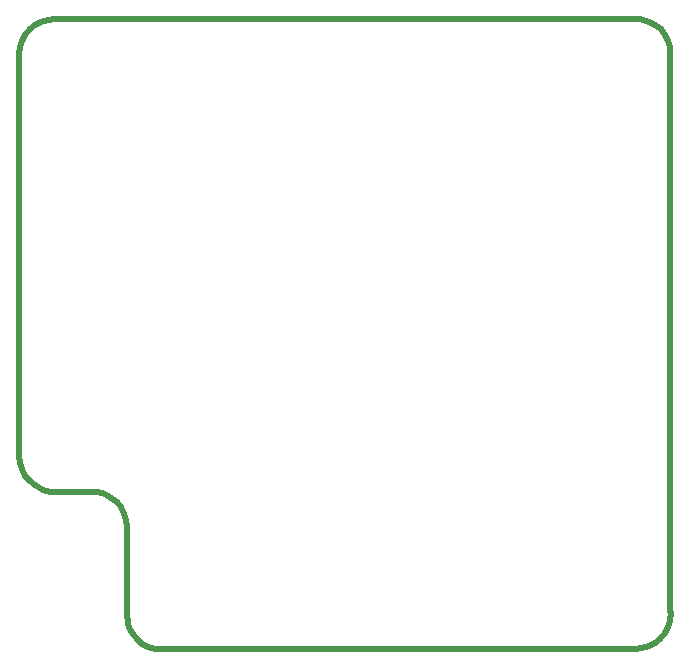
<source format=gm1>
G04*
G04 #@! TF.GenerationSoftware,Altium Limited,Altium Designer,21.6.4 (81)*
G04*
G04 Layer_Color=16711935*
%FSLAX44Y44*%
%MOMM*%
G71*
G04*
G04 #@! TF.SameCoordinates,D3511B64-A8A5-4C62-8431-0C2E51F58D68*
G04*
G04*
G04 #@! TF.FilePolarity,Positive*
G04*
G01*
G75*
%ADD58C,0.5080*%
G54D58*
X550699Y-109457D02*
X551434Y-102001D01*
X548993Y-115085D02*
X550699Y-109457D01*
X551207Y375853D02*
X551207Y-102001D01*
X90932Y-104112D02*
Y-30305D01*
X30000Y400000D02*
X525671D01*
Y400020D02*
X533264Y397716D01*
X114716Y-133427D02*
X521276D01*
X25504Y-254D02*
X61028Y-237D01*
X90451Y-24451D02*
X91028Y-30305D01*
X88744Y-18824D02*
X90451Y-24451D01*
X85972Y-13637D02*
X88744Y-18824D01*
X82241Y-9091D02*
X85972Y-13637D01*
X77695Y-5360D02*
X82241Y-9091D01*
X72508Y-2588D02*
X77695Y-5360D01*
X66881Y-881D02*
X72508Y-2588D01*
X61028Y-304D02*
X66881Y-881D01*
X521276Y-133604D02*
X527129Y-133028D01*
X532756Y-131321D01*
X537943Y-128548D01*
X542489Y-124817D01*
X546220Y-120271D01*
X548993Y-115085D01*
X90932Y-104112D02*
X91631Y-111205D01*
X92961Y-115593D01*
X95734Y-120779D01*
X99465Y-125325D01*
X104011Y-129056D01*
X108869Y-131653D01*
X114716Y-133427D01*
X20331Y1315D02*
X25504Y-254D01*
X13333Y5056D02*
X20331Y1315D01*
X8787Y8787D02*
X13333Y5056D01*
X5056Y13333D02*
X8787Y8787D01*
X2283Y18519D02*
X5056Y13333D01*
X576Y24147D02*
X2283Y18519D01*
X-0Y30000D02*
X576Y24147D01*
X-0Y30000D02*
Y369999D01*
X576Y375853D01*
X2283Y381480D01*
X5056Y386667D01*
X8787Y391213D01*
X13333Y394944D01*
X18520Y397716D01*
X24147Y399423D01*
X30000Y400000D01*
X533264Y397716D02*
X538451Y394944D01*
X542997Y391213D01*
X546728Y386667D01*
X549501Y381480D01*
X551207Y375853D01*
M02*

</source>
